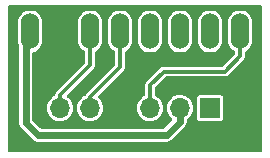
<source format=gbr>
%TF.GenerationSoftware,KiCad,Pcbnew,6.0.9-8da3e8f707~116~ubuntu22.04.1*%
%TF.CreationDate,2022-11-22T16:03:36+05:30*%
%TF.ProjectId,mpu,6d70752e-6b69-4636-9164-5f7063625858,rev?*%
%TF.SameCoordinates,Original*%
%TF.FileFunction,Copper,L2,Bot*%
%TF.FilePolarity,Positive*%
%FSLAX46Y46*%
G04 Gerber Fmt 4.6, Leading zero omitted, Abs format (unit mm)*
G04 Created by KiCad (PCBNEW 6.0.9-8da3e8f707~116~ubuntu22.04.1) date 2022-11-22 16:03:36*
%MOMM*%
%LPD*%
G01*
G04 APERTURE LIST*
%TA.AperFunction,ComponentPad*%
%ADD10O,1.524000X3.048000*%
%TD*%
%TA.AperFunction,ComponentPad*%
%ADD11R,1.700000X1.700000*%
%TD*%
%TA.AperFunction,ComponentPad*%
%ADD12O,1.700000X1.700000*%
%TD*%
%TA.AperFunction,Conductor*%
%ADD13C,0.600000*%
%TD*%
%TA.AperFunction,Conductor*%
%ADD14C,0.300000*%
%TD*%
G04 APERTURE END LIST*
D10*
%TO.P,J2,1,Pin_1*%
%TO.N,/3V3*%
X143170000Y-70600000D03*
%TO.P,J2,2,Pin_2*%
%TO.N,/GND*%
X145710000Y-70600000D03*
%TO.P,J2,3,Pin_3*%
%TO.N,/SCL*%
X148250000Y-70600000D03*
%TO.P,J2,4,Pin_4*%
%TO.N,/SDA*%
X150790000Y-70600000D03*
%TO.P,J2,5,Pin_5*%
%TO.N,unconnected-(J2-Pad5)*%
X153330000Y-70600000D03*
%TO.P,J2,6,Pin_6*%
%TO.N,unconnected-(J2-Pad6)*%
X155870000Y-70600000D03*
%TO.P,J2,7,Pin_7*%
%TO.N,unconnected-(J2-Pad7)*%
X158410000Y-70600000D03*
%TO.P,J2,8,Pin_8*%
%TO.N,/INT*%
X160950000Y-70600000D03*
%TD*%
D11*
%TO.P,J1,1,Pin_1*%
%TO.N,unconnected-(J1-Pad1)*%
X158410000Y-77090000D03*
D12*
%TO.P,J1,2,Pin_2*%
%TO.N,/3V3*%
X155870000Y-77090000D03*
%TO.P,J1,3,Pin_3*%
%TO.N,/INT*%
X153330000Y-77090000D03*
%TO.P,J1,4,Pin_4*%
%TO.N,/GND*%
X150790000Y-77090000D03*
%TO.P,J1,5,Pin_5*%
%TO.N,/SDA*%
X148250000Y-77090000D03*
%TO.P,J1,6,Pin_6*%
%TO.N,/SCL*%
X145710000Y-77090000D03*
%TD*%
D13*
%TO.N,/3V3*%
X154725000Y-79375000D02*
X155870000Y-78230000D01*
X142810000Y-78350000D02*
X143835000Y-79375000D01*
X142810000Y-70960000D02*
X142810000Y-78350000D01*
X143835000Y-79375000D02*
X154725000Y-79375000D01*
X155870000Y-78230000D02*
X155870000Y-77090000D01*
X143170000Y-70600000D02*
X142810000Y-70960000D01*
D14*
%TO.N,/INT*%
X153330000Y-75160000D02*
X154480000Y-74010000D01*
X159630000Y-74010000D02*
X160950000Y-72690000D01*
X154480000Y-74010000D02*
X159630000Y-74010000D01*
X153330000Y-77090000D02*
X153330000Y-75160000D01*
X160950000Y-72690000D02*
X160950000Y-70600000D01*
D13*
%TO.N,/GND*%
X145710000Y-70600000D02*
X145710000Y-71830000D01*
D14*
%TO.N,/SDA*%
X150790000Y-73590000D02*
X150790000Y-70600000D01*
X148250000Y-77090000D02*
X148250000Y-76130000D01*
X148250000Y-76130000D02*
X150790000Y-73590000D01*
%TO.N,/SCL*%
X148250000Y-73440000D02*
X145710000Y-75980000D01*
X145710000Y-75980000D02*
X145710000Y-77090000D01*
X148250000Y-70600000D02*
X148250000Y-73440000D01*
%TD*%
%TA.AperFunction,Conductor*%
%TO.N,/GND*%
G36*
X162747621Y-68374502D02*
G01*
X162794114Y-68428158D01*
X162805500Y-68480500D01*
X162805500Y-80719500D01*
X162785498Y-80787621D01*
X162731842Y-80834114D01*
X162679500Y-80845500D01*
X141440500Y-80845500D01*
X141372379Y-80825498D01*
X141325886Y-80771842D01*
X141314500Y-80719500D01*
X141314500Y-71412157D01*
X142153500Y-71412157D01*
X142153800Y-71415213D01*
X142153800Y-71415220D01*
X142159587Y-71474241D01*
X142168035Y-71560394D01*
X142169816Y-71566293D01*
X142169817Y-71566298D01*
X142172253Y-71574365D01*
X142225652Y-71751232D01*
X142240752Y-71779630D01*
X142255500Y-71838782D01*
X142255500Y-78334925D01*
X142255390Y-78340201D01*
X142252772Y-78402674D01*
X142254734Y-78411039D01*
X142262788Y-78445378D01*
X142264951Y-78457051D01*
X142270905Y-78500518D01*
X142274317Y-78508402D01*
X142276953Y-78514494D01*
X142283987Y-78535763D01*
X142287463Y-78550583D01*
X142308603Y-78589037D01*
X142313818Y-78599683D01*
X142327830Y-78632063D01*
X142327832Y-78632067D01*
X142331242Y-78639946D01*
X142336646Y-78646619D01*
X142336647Y-78646621D01*
X142340821Y-78651775D01*
X142353312Y-78670363D01*
X142360652Y-78683715D01*
X142367710Y-78691891D01*
X142392453Y-78716634D01*
X142401279Y-78726435D01*
X142421444Y-78751338D01*
X142421447Y-78751341D01*
X142426850Y-78758013D01*
X142442364Y-78769038D01*
X142458464Y-78782645D01*
X143432232Y-79756413D01*
X143435885Y-79760221D01*
X143465611Y-79792547D01*
X143478226Y-79806266D01*
X143485521Y-79810789D01*
X143485522Y-79810790D01*
X143515506Y-79829381D01*
X143525288Y-79836104D01*
X143560235Y-79862630D01*
X143568220Y-79865791D01*
X143568219Y-79865791D01*
X143574396Y-79868237D01*
X143594402Y-79878300D01*
X143600037Y-79881794D01*
X143600046Y-79881798D01*
X143607344Y-79886323D01*
X143615591Y-79888719D01*
X143649480Y-79898565D01*
X143660702Y-79902407D01*
X143701490Y-79918556D01*
X143715098Y-79919987D01*
X143716633Y-79920148D01*
X143738605Y-79924459D01*
X143753235Y-79928709D01*
X143764007Y-79929500D01*
X143799005Y-79929500D01*
X143812175Y-79930190D01*
X143826227Y-79931667D01*
X143844037Y-79933539D01*
X143852581Y-79934437D01*
X143871346Y-79931263D01*
X143892348Y-79929500D01*
X154709925Y-79929500D01*
X154715201Y-79929610D01*
X154777674Y-79932228D01*
X154800531Y-79926867D01*
X154820378Y-79922212D01*
X154832051Y-79920049D01*
X154847754Y-79917898D01*
X154875518Y-79914095D01*
X154889493Y-79908047D01*
X154910763Y-79901013D01*
X154917222Y-79899498D01*
X154925583Y-79897537D01*
X154964037Y-79876397D01*
X154974683Y-79871182D01*
X155007063Y-79857170D01*
X155007067Y-79857168D01*
X155014946Y-79853758D01*
X155026775Y-79844179D01*
X155045363Y-79831688D01*
X155058715Y-79824348D01*
X155064245Y-79819574D01*
X155065140Y-79818802D01*
X155065147Y-79818796D01*
X155066891Y-79817290D01*
X155091634Y-79792547D01*
X155101435Y-79783721D01*
X155126338Y-79763556D01*
X155126341Y-79763553D01*
X155133013Y-79758150D01*
X155144038Y-79742636D01*
X155157645Y-79726536D01*
X156251413Y-78632768D01*
X156255221Y-78629115D01*
X156294948Y-78592584D01*
X156294949Y-78592583D01*
X156301266Y-78586774D01*
X156324381Y-78549494D01*
X156331104Y-78539712D01*
X156352438Y-78511605D01*
X156357630Y-78504765D01*
X156363237Y-78490604D01*
X156373300Y-78470598D01*
X156376794Y-78464963D01*
X156376798Y-78464954D01*
X156381323Y-78457656D01*
X156393565Y-78415520D01*
X156397409Y-78404293D01*
X156401448Y-78394091D01*
X156413556Y-78363510D01*
X156415148Y-78348367D01*
X156419459Y-78326394D01*
X156421867Y-78318104D01*
X156423709Y-78311765D01*
X156424500Y-78300993D01*
X156424500Y-78265995D01*
X156425190Y-78252824D01*
X156428539Y-78220963D01*
X156429437Y-78212419D01*
X156426263Y-78193654D01*
X156424500Y-78172652D01*
X156424500Y-78119313D01*
X156444502Y-78051192D01*
X156488937Y-78009377D01*
X156493234Y-78006971D01*
X156493236Y-78006969D01*
X156498276Y-78004147D01*
X156654345Y-77874345D01*
X156784147Y-77718276D01*
X156883334Y-77541165D01*
X156885190Y-77535698D01*
X156885192Y-77535693D01*
X156946728Y-77354414D01*
X156946729Y-77354409D01*
X156948584Y-77348945D01*
X156949412Y-77343236D01*
X156949413Y-77343231D01*
X156977179Y-77151727D01*
X156977712Y-77148053D01*
X156979232Y-77090000D01*
X156960658Y-76887859D01*
X156959090Y-76882299D01*
X156907125Y-76698046D01*
X156907124Y-76698044D01*
X156905557Y-76692487D01*
X156894978Y-76671033D01*
X156818331Y-76515609D01*
X156815776Y-76510428D01*
X156694320Y-76347779D01*
X156550609Y-76214933D01*
X157305500Y-76214933D01*
X157305501Y-77965066D01*
X157320266Y-78039301D01*
X157327161Y-78049620D01*
X157327162Y-78049622D01*
X157367516Y-78110015D01*
X157376516Y-78123484D01*
X157460699Y-78179734D01*
X157534933Y-78194500D01*
X158409858Y-78194500D01*
X159285066Y-78194499D01*
X159320818Y-78187388D01*
X159347126Y-78182156D01*
X159347128Y-78182155D01*
X159359301Y-78179734D01*
X159369621Y-78172839D01*
X159369622Y-78172838D01*
X159433168Y-78130377D01*
X159443484Y-78123484D01*
X159499734Y-78039301D01*
X159514500Y-77965067D01*
X159514499Y-76214934D01*
X159507388Y-76179182D01*
X159502156Y-76152874D01*
X159502155Y-76152872D01*
X159499734Y-76140699D01*
X159473654Y-76101667D01*
X159450377Y-76066832D01*
X159443484Y-76056516D01*
X159359301Y-76000266D01*
X159285067Y-75985500D01*
X158410142Y-75985500D01*
X157534934Y-75985501D01*
X157499182Y-75992612D01*
X157472874Y-75997844D01*
X157472872Y-75997845D01*
X157460699Y-76000266D01*
X157450379Y-76007161D01*
X157450378Y-76007162D01*
X157389985Y-76047516D01*
X157376516Y-76056516D01*
X157320266Y-76140699D01*
X157305500Y-76214933D01*
X156550609Y-76214933D01*
X156545258Y-76209987D01*
X156540372Y-76206904D01*
X156540371Y-76206903D01*
X156378464Y-76104748D01*
X156373581Y-76101667D01*
X156185039Y-76026446D01*
X156179379Y-76025320D01*
X156179375Y-76025319D01*
X155991613Y-75987971D01*
X155991610Y-75987971D01*
X155985946Y-75986844D01*
X155980171Y-75986768D01*
X155980167Y-75986768D01*
X155878793Y-75985441D01*
X155782971Y-75984187D01*
X155777274Y-75985166D01*
X155777273Y-75985166D01*
X155663337Y-76004744D01*
X155582910Y-76018564D01*
X155392463Y-76088824D01*
X155218010Y-76192612D01*
X155213670Y-76196418D01*
X155213666Y-76196421D01*
X155069733Y-76322648D01*
X155065392Y-76326455D01*
X154939720Y-76485869D01*
X154937031Y-76490980D01*
X154937029Y-76490983D01*
X154924073Y-76515609D01*
X154845203Y-76665515D01*
X154785007Y-76859378D01*
X154761148Y-77060964D01*
X154774424Y-77263522D01*
X154775845Y-77269118D01*
X154775846Y-77269123D01*
X154796119Y-77348945D01*
X154824392Y-77460269D01*
X154826809Y-77465512D01*
X154864010Y-77546208D01*
X154909377Y-77644616D01*
X155026533Y-77810389D01*
X155170191Y-77950333D01*
X155170193Y-77950336D01*
X155171938Y-77952035D01*
X155171604Y-77952378D01*
X155209923Y-78007861D01*
X155212282Y-78078819D01*
X155179368Y-78136451D01*
X154532224Y-78783595D01*
X154469912Y-78817621D01*
X154443129Y-78820500D01*
X144116871Y-78820500D01*
X144048750Y-78800498D01*
X144027776Y-78783595D01*
X143401405Y-78157224D01*
X143367379Y-78094912D01*
X143364500Y-78068129D01*
X143364500Y-77060964D01*
X144601148Y-77060964D01*
X144614424Y-77263522D01*
X144615845Y-77269118D01*
X144615846Y-77269123D01*
X144636119Y-77348945D01*
X144664392Y-77460269D01*
X144666809Y-77465512D01*
X144704010Y-77546208D01*
X144749377Y-77644616D01*
X144866533Y-77810389D01*
X145011938Y-77952035D01*
X145180720Y-78064812D01*
X145186023Y-78067090D01*
X145186026Y-78067092D01*
X145361921Y-78142662D01*
X145367228Y-78144942D01*
X145421507Y-78157224D01*
X145559579Y-78188467D01*
X145559584Y-78188468D01*
X145565216Y-78189742D01*
X145570987Y-78189969D01*
X145570989Y-78189969D01*
X145630756Y-78192317D01*
X145768053Y-78197712D01*
X145875348Y-78182155D01*
X145963231Y-78169413D01*
X145963236Y-78169412D01*
X145968945Y-78168584D01*
X145974409Y-78166729D01*
X145974414Y-78166728D01*
X146155693Y-78105192D01*
X146155698Y-78105190D01*
X146161165Y-78103334D01*
X146338276Y-78004147D01*
X146377969Y-77971135D01*
X146489913Y-77878031D01*
X146494345Y-77874345D01*
X146624147Y-77718276D01*
X146723334Y-77541165D01*
X146725190Y-77535698D01*
X146725192Y-77535693D01*
X146786728Y-77354414D01*
X146786729Y-77354409D01*
X146788584Y-77348945D01*
X146789412Y-77343236D01*
X146789413Y-77343231D01*
X146817179Y-77151727D01*
X146817712Y-77148053D01*
X146819232Y-77090000D01*
X146816564Y-77060964D01*
X147141148Y-77060964D01*
X147154424Y-77263522D01*
X147155845Y-77269118D01*
X147155846Y-77269123D01*
X147176119Y-77348945D01*
X147204392Y-77460269D01*
X147206809Y-77465512D01*
X147244010Y-77546208D01*
X147289377Y-77644616D01*
X147406533Y-77810389D01*
X147551938Y-77952035D01*
X147720720Y-78064812D01*
X147726023Y-78067090D01*
X147726026Y-78067092D01*
X147901921Y-78142662D01*
X147907228Y-78144942D01*
X147961507Y-78157224D01*
X148099579Y-78188467D01*
X148099584Y-78188468D01*
X148105216Y-78189742D01*
X148110987Y-78189969D01*
X148110989Y-78189969D01*
X148170756Y-78192317D01*
X148308053Y-78197712D01*
X148415348Y-78182155D01*
X148503231Y-78169413D01*
X148503236Y-78169412D01*
X148508945Y-78168584D01*
X148514409Y-78166729D01*
X148514414Y-78166728D01*
X148695693Y-78105192D01*
X148695698Y-78105190D01*
X148701165Y-78103334D01*
X148878276Y-78004147D01*
X148917969Y-77971135D01*
X149029913Y-77878031D01*
X149034345Y-77874345D01*
X149164147Y-77718276D01*
X149263334Y-77541165D01*
X149265190Y-77535698D01*
X149265192Y-77535693D01*
X149326728Y-77354414D01*
X149326729Y-77354409D01*
X149328584Y-77348945D01*
X149329412Y-77343236D01*
X149329413Y-77343231D01*
X149357179Y-77151727D01*
X149357712Y-77148053D01*
X149359232Y-77090000D01*
X149356564Y-77060964D01*
X152221148Y-77060964D01*
X152234424Y-77263522D01*
X152235845Y-77269118D01*
X152235846Y-77269123D01*
X152256119Y-77348945D01*
X152284392Y-77460269D01*
X152286809Y-77465512D01*
X152324010Y-77546208D01*
X152369377Y-77644616D01*
X152486533Y-77810389D01*
X152631938Y-77952035D01*
X152800720Y-78064812D01*
X152806023Y-78067090D01*
X152806026Y-78067092D01*
X152981921Y-78142662D01*
X152987228Y-78144942D01*
X153041507Y-78157224D01*
X153179579Y-78188467D01*
X153179584Y-78188468D01*
X153185216Y-78189742D01*
X153190987Y-78189969D01*
X153190989Y-78189969D01*
X153250756Y-78192317D01*
X153388053Y-78197712D01*
X153495348Y-78182155D01*
X153583231Y-78169413D01*
X153583236Y-78169412D01*
X153588945Y-78168584D01*
X153594409Y-78166729D01*
X153594414Y-78166728D01*
X153775693Y-78105192D01*
X153775698Y-78105190D01*
X153781165Y-78103334D01*
X153958276Y-78004147D01*
X153997969Y-77971135D01*
X154109913Y-77878031D01*
X154114345Y-77874345D01*
X154244147Y-77718276D01*
X154343334Y-77541165D01*
X154345190Y-77535698D01*
X154345192Y-77535693D01*
X154406728Y-77354414D01*
X154406729Y-77354409D01*
X154408584Y-77348945D01*
X154409412Y-77343236D01*
X154409413Y-77343231D01*
X154437179Y-77151727D01*
X154437712Y-77148053D01*
X154439232Y-77090000D01*
X154420658Y-76887859D01*
X154419090Y-76882299D01*
X154367125Y-76698046D01*
X154367124Y-76698044D01*
X154365557Y-76692487D01*
X154354978Y-76671033D01*
X154278331Y-76515609D01*
X154275776Y-76510428D01*
X154154320Y-76347779D01*
X154005258Y-76209987D01*
X154000372Y-76206904D01*
X154000371Y-76206903D01*
X153838464Y-76104748D01*
X153833581Y-76101667D01*
X153828221Y-76099528D01*
X153828214Y-76099525D01*
X153813811Y-76093779D01*
X153757951Y-76049959D01*
X153734500Y-75976749D01*
X153734500Y-75379741D01*
X153754502Y-75311620D01*
X153771404Y-75290646D01*
X154610644Y-74451405D01*
X154672957Y-74417380D01*
X154699740Y-74414500D01*
X159694066Y-74414500D01*
X159703498Y-74411435D01*
X159703500Y-74411435D01*
X159715287Y-74407605D01*
X159734513Y-74402989D01*
X159746762Y-74401049D01*
X159756555Y-74399498D01*
X159776439Y-74389366D01*
X159794705Y-74381801D01*
X159806496Y-74377970D01*
X159815929Y-74374905D01*
X159833989Y-74361784D01*
X159850846Y-74351454D01*
X159870723Y-74341326D01*
X159893511Y-74318538D01*
X159893515Y-74318535D01*
X161258535Y-72953515D01*
X161258538Y-72953511D01*
X161281326Y-72930723D01*
X161291455Y-72910844D01*
X161301784Y-72893989D01*
X161309075Y-72883953D01*
X161314905Y-72875929D01*
X161321801Y-72854704D01*
X161329367Y-72836438D01*
X161334997Y-72825388D01*
X161339498Y-72816555D01*
X161342989Y-72794513D01*
X161347605Y-72775287D01*
X161351435Y-72763500D01*
X161351435Y-72763498D01*
X161354500Y-72754066D01*
X161354500Y-72373917D01*
X161374502Y-72305796D01*
X161422124Y-72262256D01*
X161509291Y-72216686D01*
X161515463Y-72211724D01*
X161659849Y-72095634D01*
X161664649Y-72091775D01*
X161792786Y-71939067D01*
X161888821Y-71764379D01*
X161891265Y-71756674D01*
X161947234Y-71580242D01*
X161947235Y-71580239D01*
X161949098Y-71574365D01*
X161966500Y-71419216D01*
X161966500Y-69787843D01*
X161966154Y-69784309D01*
X161952566Y-69645740D01*
X161951965Y-69639606D01*
X161950184Y-69633707D01*
X161950183Y-69633702D01*
X161896129Y-69454667D01*
X161894348Y-69448768D01*
X161800761Y-69272756D01*
X161796871Y-69267986D01*
X161796868Y-69267982D01*
X161678663Y-69123049D01*
X161678660Y-69123046D01*
X161674768Y-69118274D01*
X161521170Y-68991206D01*
X161345815Y-68896392D01*
X161155385Y-68837444D01*
X161149260Y-68836800D01*
X161149259Y-68836800D01*
X160963260Y-68817251D01*
X160963258Y-68817251D01*
X160957131Y-68816607D01*
X160834252Y-68827790D01*
X160764746Y-68834115D01*
X160764745Y-68834115D01*
X160758605Y-68834674D01*
X160752691Y-68836415D01*
X160752689Y-68836415D01*
X160622539Y-68874721D01*
X160567370Y-68890958D01*
X160390709Y-68983314D01*
X160385909Y-68987174D01*
X160385908Y-68987174D01*
X160380893Y-68991206D01*
X160235351Y-69108225D01*
X160107214Y-69260933D01*
X160011179Y-69435621D01*
X159950902Y-69625635D01*
X159933500Y-69780784D01*
X159933500Y-71412157D01*
X159933800Y-71415213D01*
X159933800Y-71415220D01*
X159939587Y-71474241D01*
X159948035Y-71560394D01*
X159949816Y-71566293D01*
X159949817Y-71566298D01*
X159952253Y-71574365D01*
X160005652Y-71751232D01*
X160099239Y-71927244D01*
X160103129Y-71932014D01*
X160103132Y-71932018D01*
X160221337Y-72076951D01*
X160221340Y-72076954D01*
X160225232Y-72081726D01*
X160378830Y-72208794D01*
X160384249Y-72211724D01*
X160479429Y-72263188D01*
X160529838Y-72313183D01*
X160545500Y-72374024D01*
X160545500Y-72470260D01*
X160525498Y-72538381D01*
X160508595Y-72559355D01*
X159499355Y-73568595D01*
X159437043Y-73602621D01*
X159410260Y-73605500D01*
X154415934Y-73605500D01*
X154406502Y-73608565D01*
X154406500Y-73608565D01*
X154394713Y-73612395D01*
X154375487Y-73617011D01*
X154353445Y-73620502D01*
X154344609Y-73625004D01*
X154344607Y-73625005D01*
X154333568Y-73630630D01*
X154315300Y-73638197D01*
X154303506Y-73642029D01*
X154303501Y-73642031D01*
X154294072Y-73645095D01*
X154286052Y-73650922D01*
X154286050Y-73650923D01*
X154276017Y-73658213D01*
X154259158Y-73668544D01*
X154239277Y-73678674D01*
X154216486Y-73701465D01*
X153021465Y-74896485D01*
X153021462Y-74896489D01*
X152998674Y-74919277D01*
X152994171Y-74928115D01*
X152988546Y-74939154D01*
X152978216Y-74956011D01*
X152965095Y-74974071D01*
X152962030Y-74983504D01*
X152958199Y-74995295D01*
X152950634Y-75013561D01*
X152940502Y-75033445D01*
X152938951Y-75043238D01*
X152937011Y-75055487D01*
X152932395Y-75074713D01*
X152925500Y-75095934D01*
X152925500Y-75975073D01*
X152905498Y-76043194D01*
X152854616Y-76088030D01*
X152852463Y-76088824D01*
X152678010Y-76192612D01*
X152673670Y-76196418D01*
X152673666Y-76196421D01*
X152529733Y-76322648D01*
X152525392Y-76326455D01*
X152399720Y-76485869D01*
X152397031Y-76490980D01*
X152397029Y-76490983D01*
X152384073Y-76515609D01*
X152305203Y-76665515D01*
X152245007Y-76859378D01*
X152221148Y-77060964D01*
X149356564Y-77060964D01*
X149340658Y-76887859D01*
X149339090Y-76882299D01*
X149287125Y-76698046D01*
X149287124Y-76698044D01*
X149285557Y-76692487D01*
X149274978Y-76671033D01*
X149198331Y-76515609D01*
X149195776Y-76510428D01*
X149074320Y-76347779D01*
X148926290Y-76210941D01*
X148889847Y-76150015D01*
X148892128Y-76079055D01*
X148922726Y-76029324D01*
X151098534Y-73853515D01*
X151121326Y-73830723D01*
X151131459Y-73810836D01*
X151141791Y-73793977D01*
X151149073Y-73783955D01*
X151149074Y-73783953D01*
X151154904Y-73775929D01*
X151157970Y-73766493D01*
X151161801Y-73754704D01*
X151169367Y-73736437D01*
X151174996Y-73725390D01*
X151179498Y-73716555D01*
X151182990Y-73694507D01*
X151187606Y-73675282D01*
X151191433Y-73663502D01*
X151194499Y-73654066D01*
X151194499Y-73621840D01*
X151194500Y-73621834D01*
X151194500Y-72373917D01*
X151214502Y-72305796D01*
X151262124Y-72262256D01*
X151349291Y-72216686D01*
X151355463Y-72211724D01*
X151499849Y-72095634D01*
X151504649Y-72091775D01*
X151632786Y-71939067D01*
X151728821Y-71764379D01*
X151731265Y-71756674D01*
X151787234Y-71580242D01*
X151787235Y-71580239D01*
X151789098Y-71574365D01*
X151806500Y-71419216D01*
X151806500Y-71412157D01*
X152313500Y-71412157D01*
X152313800Y-71415213D01*
X152313800Y-71415220D01*
X152319587Y-71474241D01*
X152328035Y-71560394D01*
X152329816Y-71566293D01*
X152329817Y-71566298D01*
X152332253Y-71574365D01*
X152385652Y-71751232D01*
X152479239Y-71927244D01*
X152483129Y-71932014D01*
X152483132Y-71932018D01*
X152601337Y-72076951D01*
X152601340Y-72076954D01*
X152605232Y-72081726D01*
X152758830Y-72208794D01*
X152934185Y-72303608D01*
X153124615Y-72362556D01*
X153130740Y-72363200D01*
X153130741Y-72363200D01*
X153316740Y-72382749D01*
X153316742Y-72382749D01*
X153322869Y-72383393D01*
X153445748Y-72372210D01*
X153515254Y-72365885D01*
X153515255Y-72365885D01*
X153521395Y-72365326D01*
X153527309Y-72363585D01*
X153527311Y-72363585D01*
X153706711Y-72310784D01*
X153706710Y-72310784D01*
X153712630Y-72309042D01*
X153889291Y-72216686D01*
X153895463Y-72211724D01*
X154039849Y-72095634D01*
X154044649Y-72091775D01*
X154172786Y-71939067D01*
X154268821Y-71764379D01*
X154271265Y-71756674D01*
X154327234Y-71580242D01*
X154327235Y-71580239D01*
X154329098Y-71574365D01*
X154346500Y-71419216D01*
X154346500Y-71412157D01*
X154853500Y-71412157D01*
X154853800Y-71415213D01*
X154853800Y-71415220D01*
X154859587Y-71474241D01*
X154868035Y-71560394D01*
X154869816Y-71566293D01*
X154869817Y-71566298D01*
X154872253Y-71574365D01*
X154925652Y-71751232D01*
X155019239Y-71927244D01*
X155023129Y-71932014D01*
X155023132Y-71932018D01*
X155141337Y-72076951D01*
X155141340Y-72076954D01*
X155145232Y-72081726D01*
X155298830Y-72208794D01*
X155474185Y-72303608D01*
X155664615Y-72362556D01*
X155670740Y-72363200D01*
X155670741Y-72363200D01*
X155856740Y-72382749D01*
X155856742Y-72382749D01*
X155862869Y-72383393D01*
X155985748Y-72372210D01*
X156055254Y-72365885D01*
X156055255Y-72365885D01*
X156061395Y-72365326D01*
X156067309Y-72363585D01*
X156067311Y-72363585D01*
X156246711Y-72310784D01*
X156246710Y-72310784D01*
X156252630Y-72309042D01*
X156429291Y-72216686D01*
X156435463Y-72211724D01*
X156579849Y-72095634D01*
X156584649Y-72091775D01*
X156712786Y-71939067D01*
X156808821Y-71764379D01*
X156811265Y-71756674D01*
X156867234Y-71580242D01*
X156867235Y-71580239D01*
X156869098Y-71574365D01*
X156886500Y-71419216D01*
X156886500Y-71412157D01*
X157393500Y-71412157D01*
X157393800Y-71415213D01*
X157393800Y-71415220D01*
X157399587Y-71474241D01*
X157408035Y-71560394D01*
X157409816Y-71566293D01*
X157409817Y-71566298D01*
X157412253Y-71574365D01*
X157465652Y-71751232D01*
X157559239Y-71927244D01*
X157563129Y-71932014D01*
X157563132Y-71932018D01*
X157681337Y-72076951D01*
X157681340Y-72076954D01*
X157685232Y-72081726D01*
X157838830Y-72208794D01*
X158014185Y-72303608D01*
X158204615Y-72362556D01*
X158210740Y-72363200D01*
X158210741Y-72363200D01*
X158396740Y-72382749D01*
X158396742Y-72382749D01*
X158402869Y-72383393D01*
X158525748Y-72372210D01*
X158595254Y-72365885D01*
X158595255Y-72365885D01*
X158601395Y-72365326D01*
X158607309Y-72363585D01*
X158607311Y-72363585D01*
X158786711Y-72310784D01*
X158786710Y-72310784D01*
X158792630Y-72309042D01*
X158969291Y-72216686D01*
X158975463Y-72211724D01*
X159119849Y-72095634D01*
X159124649Y-72091775D01*
X159252786Y-71939067D01*
X159348821Y-71764379D01*
X159351265Y-71756674D01*
X159407234Y-71580242D01*
X159407235Y-71580239D01*
X159409098Y-71574365D01*
X159426500Y-71419216D01*
X159426500Y-69787843D01*
X159426154Y-69784309D01*
X159412566Y-69645740D01*
X159411965Y-69639606D01*
X159410184Y-69633707D01*
X159410183Y-69633702D01*
X159356129Y-69454667D01*
X159354348Y-69448768D01*
X159260761Y-69272756D01*
X159256871Y-69267986D01*
X159256868Y-69267982D01*
X159138663Y-69123049D01*
X159138660Y-69123046D01*
X159134768Y-69118274D01*
X158981170Y-68991206D01*
X158805815Y-68896392D01*
X158615385Y-68837444D01*
X158609260Y-68836800D01*
X158609259Y-68836800D01*
X158423260Y-68817251D01*
X158423258Y-68817251D01*
X158417131Y-68816607D01*
X158294252Y-68827790D01*
X158224746Y-68834115D01*
X158224745Y-68834115D01*
X158218605Y-68834674D01*
X158212691Y-68836415D01*
X158212689Y-68836415D01*
X158082539Y-68874721D01*
X158027370Y-68890958D01*
X157850709Y-68983314D01*
X157845909Y-68987174D01*
X157845908Y-68987174D01*
X157840893Y-68991206D01*
X157695351Y-69108225D01*
X157567214Y-69260933D01*
X157471179Y-69435621D01*
X157410902Y-69625635D01*
X157393500Y-69780784D01*
X157393500Y-71412157D01*
X156886500Y-71412157D01*
X156886500Y-69787843D01*
X156886154Y-69784309D01*
X156872566Y-69645740D01*
X156871965Y-69639606D01*
X156870184Y-69633707D01*
X156870183Y-69633702D01*
X156816129Y-69454667D01*
X156814348Y-69448768D01*
X156720761Y-69272756D01*
X156716871Y-69267986D01*
X156716868Y-69267982D01*
X156598663Y-69123049D01*
X156598660Y-69123046D01*
X156594768Y-69118274D01*
X156441170Y-68991206D01*
X156265815Y-68896392D01*
X156075385Y-68837444D01*
X156069260Y-68836800D01*
X156069259Y-68836800D01*
X155883260Y-68817251D01*
X155883258Y-68817251D01*
X155877131Y-68816607D01*
X155754252Y-68827790D01*
X155684746Y-68834115D01*
X155684745Y-68834115D01*
X155678605Y-68834674D01*
X155672691Y-68836415D01*
X155672689Y-68836415D01*
X155542539Y-68874721D01*
X155487370Y-68890958D01*
X155310709Y-68983314D01*
X155305909Y-68987174D01*
X155305908Y-68987174D01*
X155300893Y-68991206D01*
X155155351Y-69108225D01*
X155027214Y-69260933D01*
X154931179Y-69435621D01*
X154870902Y-69625635D01*
X154853500Y-69780784D01*
X154853500Y-71412157D01*
X154346500Y-71412157D01*
X154346500Y-69787843D01*
X154346154Y-69784309D01*
X154332566Y-69645740D01*
X154331965Y-69639606D01*
X154330184Y-69633707D01*
X154330183Y-69633702D01*
X154276129Y-69454667D01*
X154274348Y-69448768D01*
X154180761Y-69272756D01*
X154176871Y-69267986D01*
X154176868Y-69267982D01*
X154058663Y-69123049D01*
X154058660Y-69123046D01*
X154054768Y-69118274D01*
X153901170Y-68991206D01*
X153725815Y-68896392D01*
X153535385Y-68837444D01*
X153529260Y-68836800D01*
X153529259Y-68836800D01*
X153343260Y-68817251D01*
X153343258Y-68817251D01*
X153337131Y-68816607D01*
X153214252Y-68827790D01*
X153144746Y-68834115D01*
X153144745Y-68834115D01*
X153138605Y-68834674D01*
X153132691Y-68836415D01*
X153132689Y-68836415D01*
X153002539Y-68874721D01*
X152947370Y-68890958D01*
X152770709Y-68983314D01*
X152765909Y-68987174D01*
X152765908Y-68987174D01*
X152760893Y-68991206D01*
X152615351Y-69108225D01*
X152487214Y-69260933D01*
X152391179Y-69435621D01*
X152330902Y-69625635D01*
X152313500Y-69780784D01*
X152313500Y-71412157D01*
X151806500Y-71412157D01*
X151806500Y-69787843D01*
X151806154Y-69784309D01*
X151792566Y-69645740D01*
X151791965Y-69639606D01*
X151790184Y-69633707D01*
X151790183Y-69633702D01*
X151736129Y-69454667D01*
X151734348Y-69448768D01*
X151640761Y-69272756D01*
X151636871Y-69267986D01*
X151636868Y-69267982D01*
X151518663Y-69123049D01*
X151518660Y-69123046D01*
X151514768Y-69118274D01*
X151361170Y-68991206D01*
X151185815Y-68896392D01*
X150995385Y-68837444D01*
X150989260Y-68836800D01*
X150989259Y-68836800D01*
X150803260Y-68817251D01*
X150803258Y-68817251D01*
X150797131Y-68816607D01*
X150674252Y-68827790D01*
X150604746Y-68834115D01*
X150604745Y-68834115D01*
X150598605Y-68834674D01*
X150592691Y-68836415D01*
X150592689Y-68836415D01*
X150462539Y-68874721D01*
X150407370Y-68890958D01*
X150230709Y-68983314D01*
X150225909Y-68987174D01*
X150225908Y-68987174D01*
X150220893Y-68991206D01*
X150075351Y-69108225D01*
X149947214Y-69260933D01*
X149851179Y-69435621D01*
X149790902Y-69625635D01*
X149773500Y-69780784D01*
X149773500Y-71412157D01*
X149773800Y-71415213D01*
X149773800Y-71415220D01*
X149779587Y-71474241D01*
X149788035Y-71560394D01*
X149789816Y-71566293D01*
X149789817Y-71566298D01*
X149792253Y-71574365D01*
X149845652Y-71751232D01*
X149939239Y-71927244D01*
X149943129Y-71932014D01*
X149943132Y-71932018D01*
X150061337Y-72076951D01*
X150061340Y-72076954D01*
X150065232Y-72081726D01*
X150218830Y-72208794D01*
X150224249Y-72211724D01*
X150319429Y-72263188D01*
X150369838Y-72313183D01*
X150385500Y-72374024D01*
X150385500Y-73370261D01*
X150365498Y-73438382D01*
X150348595Y-73459356D01*
X147941465Y-75866485D01*
X147941462Y-75866489D01*
X147918674Y-75889277D01*
X147914171Y-75898115D01*
X147908546Y-75909154D01*
X147898216Y-75926011D01*
X147885095Y-75944071D01*
X147882030Y-75953504D01*
X147878199Y-75965295D01*
X147870634Y-75983561D01*
X147860502Y-76003445D01*
X147859870Y-76007436D01*
X147821636Y-76063349D01*
X147785492Y-76084017D01*
X147782061Y-76085283D01*
X147772463Y-76088824D01*
X147598010Y-76192612D01*
X147593670Y-76196418D01*
X147593666Y-76196421D01*
X147449733Y-76322648D01*
X147445392Y-76326455D01*
X147319720Y-76485869D01*
X147317031Y-76490980D01*
X147317029Y-76490983D01*
X147304073Y-76515609D01*
X147225203Y-76665515D01*
X147165007Y-76859378D01*
X147141148Y-77060964D01*
X146816564Y-77060964D01*
X146800658Y-76887859D01*
X146799090Y-76882299D01*
X146747125Y-76698046D01*
X146747124Y-76698044D01*
X146745557Y-76692487D01*
X146734978Y-76671033D01*
X146658331Y-76515609D01*
X146655776Y-76510428D01*
X146534320Y-76347779D01*
X146385258Y-76209987D01*
X146314330Y-76165235D01*
X146267393Y-76111970D01*
X146256703Y-76041783D01*
X146285657Y-75976958D01*
X146292471Y-75969579D01*
X148558534Y-73703515D01*
X148581326Y-73680723D01*
X148591459Y-73660836D01*
X148601791Y-73643977D01*
X148609073Y-73633955D01*
X148609074Y-73633953D01*
X148614904Y-73625929D01*
X148617970Y-73616493D01*
X148621801Y-73604704D01*
X148629367Y-73586437D01*
X148634996Y-73575390D01*
X148639498Y-73566555D01*
X148642990Y-73544507D01*
X148647606Y-73525282D01*
X148651433Y-73513502D01*
X148654499Y-73504066D01*
X148654499Y-73471840D01*
X148654500Y-73471834D01*
X148654500Y-72373917D01*
X148674502Y-72305796D01*
X148722124Y-72262256D01*
X148809291Y-72216686D01*
X148815463Y-72211724D01*
X148959849Y-72095634D01*
X148964649Y-72091775D01*
X149092786Y-71939067D01*
X149188821Y-71764379D01*
X149191265Y-71756674D01*
X149247234Y-71580242D01*
X149247235Y-71580239D01*
X149249098Y-71574365D01*
X149266500Y-71419216D01*
X149266500Y-69787843D01*
X149266154Y-69784309D01*
X149252566Y-69645740D01*
X149251965Y-69639606D01*
X149250184Y-69633707D01*
X149250183Y-69633702D01*
X149196129Y-69454667D01*
X149194348Y-69448768D01*
X149100761Y-69272756D01*
X149096871Y-69267986D01*
X149096868Y-69267982D01*
X148978663Y-69123049D01*
X148978660Y-69123046D01*
X148974768Y-69118274D01*
X148821170Y-68991206D01*
X148645815Y-68896392D01*
X148455385Y-68837444D01*
X148449260Y-68836800D01*
X148449259Y-68836800D01*
X148263260Y-68817251D01*
X148263258Y-68817251D01*
X148257131Y-68816607D01*
X148134252Y-68827790D01*
X148064746Y-68834115D01*
X148064745Y-68834115D01*
X148058605Y-68834674D01*
X148052691Y-68836415D01*
X148052689Y-68836415D01*
X147922539Y-68874721D01*
X147867370Y-68890958D01*
X147690709Y-68983314D01*
X147685909Y-68987174D01*
X147685908Y-68987174D01*
X147680893Y-68991206D01*
X147535351Y-69108225D01*
X147407214Y-69260933D01*
X147311179Y-69435621D01*
X147250902Y-69625635D01*
X147233500Y-69780784D01*
X147233500Y-71412157D01*
X147233800Y-71415213D01*
X147233800Y-71415220D01*
X147239587Y-71474241D01*
X147248035Y-71560394D01*
X147249816Y-71566293D01*
X147249817Y-71566298D01*
X147252253Y-71574365D01*
X147305652Y-71751232D01*
X147399239Y-71927244D01*
X147403129Y-71932014D01*
X147403132Y-71932018D01*
X147521337Y-72076951D01*
X147521340Y-72076954D01*
X147525232Y-72081726D01*
X147678830Y-72208794D01*
X147684249Y-72211724D01*
X147779429Y-72263188D01*
X147829838Y-72313183D01*
X147845500Y-72374024D01*
X147845500Y-73220261D01*
X147825498Y-73288382D01*
X147808595Y-73309356D01*
X145401465Y-75716485D01*
X145401462Y-75716489D01*
X145378674Y-75739277D01*
X145374171Y-75748115D01*
X145368546Y-75759154D01*
X145358216Y-75776011D01*
X145345095Y-75794071D01*
X145342030Y-75803504D01*
X145338199Y-75815295D01*
X145330634Y-75833561D01*
X145320502Y-75853445D01*
X145318951Y-75863238D01*
X145317011Y-75875487D01*
X145312395Y-75894713D01*
X145305500Y-75915934D01*
X145305500Y-75975073D01*
X145285498Y-76043194D01*
X145234616Y-76088030D01*
X145232463Y-76088824D01*
X145058010Y-76192612D01*
X145053670Y-76196418D01*
X145053666Y-76196421D01*
X144909733Y-76322648D01*
X144905392Y-76326455D01*
X144779720Y-76485869D01*
X144777031Y-76490980D01*
X144777029Y-76490983D01*
X144764073Y-76515609D01*
X144685203Y-76665515D01*
X144625007Y-76859378D01*
X144601148Y-77060964D01*
X143364500Y-77060964D01*
X143364500Y-72458672D01*
X143384502Y-72390551D01*
X143438158Y-72344058D01*
X143454921Y-72337799D01*
X143552630Y-72309042D01*
X143729291Y-72216686D01*
X143735463Y-72211724D01*
X143879849Y-72095634D01*
X143884649Y-72091775D01*
X144012786Y-71939067D01*
X144108821Y-71764379D01*
X144111265Y-71756674D01*
X144167234Y-71580242D01*
X144167235Y-71580239D01*
X144169098Y-71574365D01*
X144186500Y-71419216D01*
X144186500Y-69787843D01*
X144186154Y-69784309D01*
X144172566Y-69645740D01*
X144171965Y-69639606D01*
X144170184Y-69633707D01*
X144170183Y-69633702D01*
X144116129Y-69454667D01*
X144114348Y-69448768D01*
X144020761Y-69272756D01*
X144016871Y-69267986D01*
X144016868Y-69267982D01*
X143898663Y-69123049D01*
X143898660Y-69123046D01*
X143894768Y-69118274D01*
X143741170Y-68991206D01*
X143565815Y-68896392D01*
X143375385Y-68837444D01*
X143369260Y-68836800D01*
X143369259Y-68836800D01*
X143183260Y-68817251D01*
X143183258Y-68817251D01*
X143177131Y-68816607D01*
X143054252Y-68827790D01*
X142984746Y-68834115D01*
X142984745Y-68834115D01*
X142978605Y-68834674D01*
X142972691Y-68836415D01*
X142972689Y-68836415D01*
X142842539Y-68874721D01*
X142787370Y-68890958D01*
X142610709Y-68983314D01*
X142605909Y-68987174D01*
X142605908Y-68987174D01*
X142600893Y-68991206D01*
X142455351Y-69108225D01*
X142327214Y-69260933D01*
X142231179Y-69435621D01*
X142170902Y-69625635D01*
X142153500Y-69780784D01*
X142153500Y-71412157D01*
X141314500Y-71412157D01*
X141314500Y-68480500D01*
X141334502Y-68412379D01*
X141388158Y-68365886D01*
X141440500Y-68354500D01*
X162679500Y-68354500D01*
X162747621Y-68374502D01*
G37*
%TD.AperFunction*%
%TD*%
M02*

</source>
